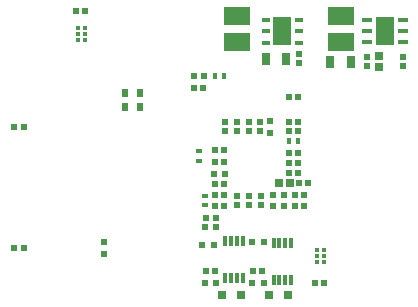
<source format=gbp>
G04*
G04 #@! TF.GenerationSoftware,Altium Limited,Altium Designer,24.8.2 (39)*
G04*
G04 Layer_Color=128*
%FSLAX44Y44*%
%MOMM*%
G71*
G04*
G04 #@! TF.SameCoordinates,B24E7647-DC98-4454-BF0C-B73D814473A7*
G04*
G04*
G04 #@! TF.FilePolarity,Positive*
G04*
G01*
G75*
%ADD30R,0.5000X0.6000*%
%ADD31R,0.5153X0.4725*%
%ADD32R,0.4725X0.5153*%
%ADD35R,0.5000X0.5500*%
%ADD60R,0.4000X0.3000*%
%ADD61R,0.6153X0.5725*%
%ADD62R,0.5000X0.4000*%
%ADD63R,0.6000X0.7500*%
%ADD64R,2.3062X1.5549*%
%ADD65R,0.6000X0.5000*%
%ADD66R,1.6500X2.4000*%
%ADD67O,0.7000X0.4000*%
%ADD68R,0.5621X0.5596*%
%ADD69R,0.6500X1.0500*%
%ADD70R,0.8000X0.8000*%
%ADD71R,0.6500X0.6500*%
%ADD72R,0.5500X0.5000*%
%ADD73R,0.6500X0.7000*%
%ADD74O,0.9000X0.4000*%
%ADD75R,0.3000X0.8500*%
%ADD76R,0.4000X0.5000*%
%ADD77R,0.5596X0.5621*%
%ADD78R,0.4725X0.5811*%
D30*
X815000Y552500D02*
D03*
X825000D02*
D03*
X785000Y552500D02*
D03*
X775000D02*
D03*
X825000Y587500D02*
D03*
X815000D02*
D03*
X782500Y585000D02*
D03*
X772500D02*
D03*
X792500Y645000D02*
D03*
X782500D02*
D03*
D31*
X673786Y782500D02*
D03*
X666214D02*
D03*
X773786Y717500D02*
D03*
X766214D02*
D03*
X846107Y645788D02*
D03*
X853679D02*
D03*
X791366Y636404D02*
D03*
X783795D02*
D03*
X783714Y665000D02*
D03*
X791286D02*
D03*
X846248Y653811D02*
D03*
X853819D02*
D03*
X791286Y617500D02*
D03*
X783714D02*
D03*
X791286Y627500D02*
D03*
X783714D02*
D03*
X791286Y655000D02*
D03*
X783714D02*
D03*
X846214Y662500D02*
D03*
X853786D02*
D03*
X868714Y552500D02*
D03*
X876286D02*
D03*
X823786Y562500D02*
D03*
X816214D02*
D03*
X776214Y562500D02*
D03*
X783786D02*
D03*
X853786Y710000D02*
D03*
X846214D02*
D03*
Y689000D02*
D03*
X853786D02*
D03*
X846214Y681000D02*
D03*
X853786D02*
D03*
D32*
X822500Y626286D02*
D03*
Y618714D02*
D03*
X821605Y681357D02*
D03*
Y688928D02*
D03*
X792500Y688786D02*
D03*
Y681214D02*
D03*
D35*
X802500Y626250D02*
D03*
Y618750D02*
D03*
D60*
X667943Y768442D02*
D03*
Y763442D02*
D03*
Y758442D02*
D03*
X673443D02*
D03*
Y763442D02*
D03*
Y768442D02*
D03*
X870147Y580709D02*
D03*
Y575709D02*
D03*
Y570709D02*
D03*
X875647D02*
D03*
Y575709D02*
D03*
Y580709D02*
D03*
D61*
X775714Y607500D02*
D03*
X784286D02*
D03*
X775637Y599850D02*
D03*
X784208D02*
D03*
X613214Y582500D02*
D03*
X621786D02*
D03*
X613214Y685000D02*
D03*
X621786D02*
D03*
D62*
X775000Y626500D02*
D03*
Y618500D02*
D03*
X770000Y656000D02*
D03*
Y664000D02*
D03*
D63*
X720000Y713250D02*
D03*
Y701750D02*
D03*
X707500D02*
D03*
Y713250D02*
D03*
D64*
X890000Y778756D02*
D03*
Y756244D02*
D03*
X802500Y778756D02*
D03*
Y756244D02*
D03*
D65*
X690000Y577500D02*
D03*
Y587500D02*
D03*
X830000Y690000D02*
D03*
Y680000D02*
D03*
X842500Y627500D02*
D03*
Y617500D02*
D03*
X832500Y627500D02*
D03*
Y617500D02*
D03*
D66*
X840818Y765670D02*
D03*
X927682Y765830D02*
D03*
D67*
X855068Y756170D02*
D03*
Y765670D02*
D03*
Y775170D02*
D03*
X826568D02*
D03*
Y765670D02*
D03*
Y756170D02*
D03*
D68*
X942500Y735988D02*
D03*
Y744013D02*
D03*
X802500Y689013D02*
D03*
Y680987D02*
D03*
X812500Y689013D02*
D03*
Y680987D02*
D03*
X855000Y746513D02*
D03*
Y738487D02*
D03*
D69*
X898500Y740000D02*
D03*
X881500D02*
D03*
X843500Y742500D02*
D03*
X826500D02*
D03*
D70*
X789250Y542500D02*
D03*
X805750D02*
D03*
X845750Y542500D02*
D03*
X829250D02*
D03*
D71*
X837500Y637500D02*
D03*
X847500D02*
D03*
D72*
X858750Y627500D02*
D03*
X851250D02*
D03*
Y617500D02*
D03*
X858750D02*
D03*
X862750Y637500D02*
D03*
X855250D02*
D03*
D73*
X922500Y744750D02*
D03*
Y735250D02*
D03*
D74*
X942932Y756330D02*
D03*
Y765830D02*
D03*
Y775330D02*
D03*
X912432D02*
D03*
Y765830D02*
D03*
Y756330D02*
D03*
D75*
X792500Y556750D02*
D03*
X797500D02*
D03*
X802500D02*
D03*
X807500D02*
D03*
Y588250D02*
D03*
X802500D02*
D03*
X797500D02*
D03*
X792500D02*
D03*
X833330Y586780D02*
D03*
X838330D02*
D03*
X843330D02*
D03*
X848330D02*
D03*
Y555280D02*
D03*
X843330D02*
D03*
X838330D02*
D03*
X833330D02*
D03*
D76*
X791500Y727500D02*
D03*
X783500D02*
D03*
X846000Y673000D02*
D03*
X854000D02*
D03*
D77*
X774013Y727500D02*
D03*
X765987D02*
D03*
D78*
X812500Y626155D02*
D03*
Y618845D02*
D03*
X912500Y743655D02*
D03*
Y736345D02*
D03*
M02*

</source>
